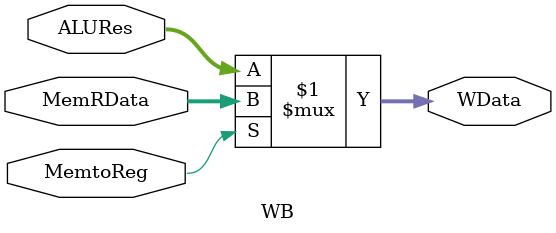
<source format=v>
`timescale 1ns / 1ps

module WB(
    input MemtoReg,
    input [31:0]MemRData,
    input [31:0]ALURes,
    output [31:0]WData
    );

    assign WData=MemtoReg? MemRData:ALURes;
    
endmodule

</source>
